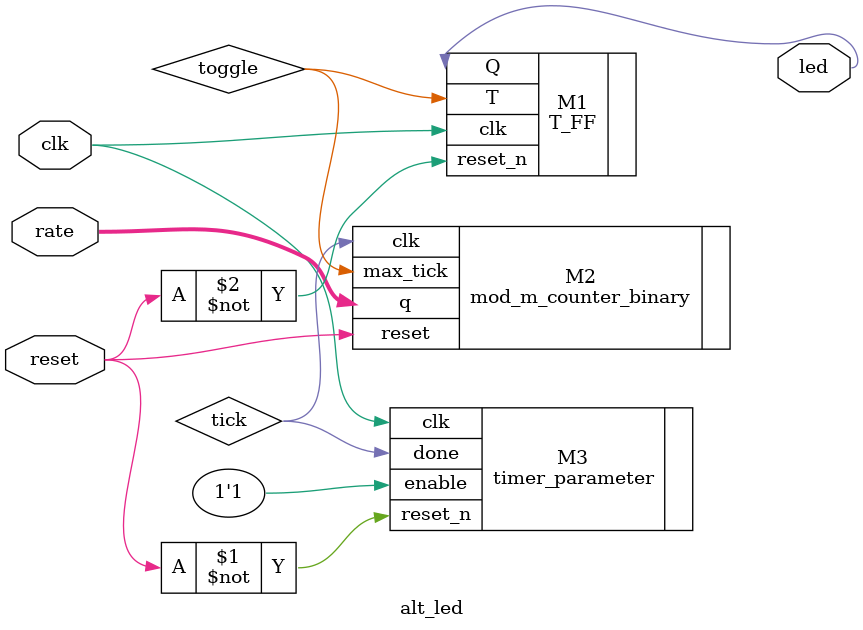
<source format=sv>
`timescale 1ns / 1ps


module alt_led(
        input logic clk,
        input logic reset,
        input logic [15:0] rate, //amount of milliseconds
        output logic led
    );
    
    logic tick;
    
    //timer parameter
    timer_parameter #(.FINAL_VALUE(100_000)) M3(//10^5 * 10ns = 1ms
        .clk(clk),
        .reset_n(~reset),
        .enable(1'b1),
        .done(tick)
    );
    
    logic toggle;
    
    mod_m_counter_binary #(.M(16)) M2 (
        .clk(tick),
        .reset(reset),
        .q(rate),
        .max_tick(toggle)
    );
    
    T_FF M1 (
        .clk(clk),
        .T(toggle),
        .reset_n(~reset),
        .Q(led)
    );
    
endmodule

</source>
